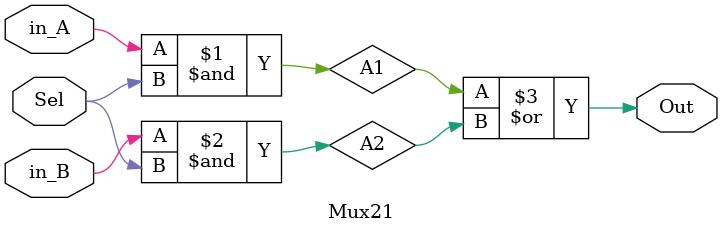
<source format=v>
module Mux21( Out, in_A, in_B, Sel);

input in_A, in_B, Sel;
output Out;

wire A1,A2,nSel;

and and1(A1 , in_A , Sel);
not not1(nSel, Sel);
and and2(A2 , in_B ,Sel);
or or1( Out, A1, A2);

endmodule 


</source>
